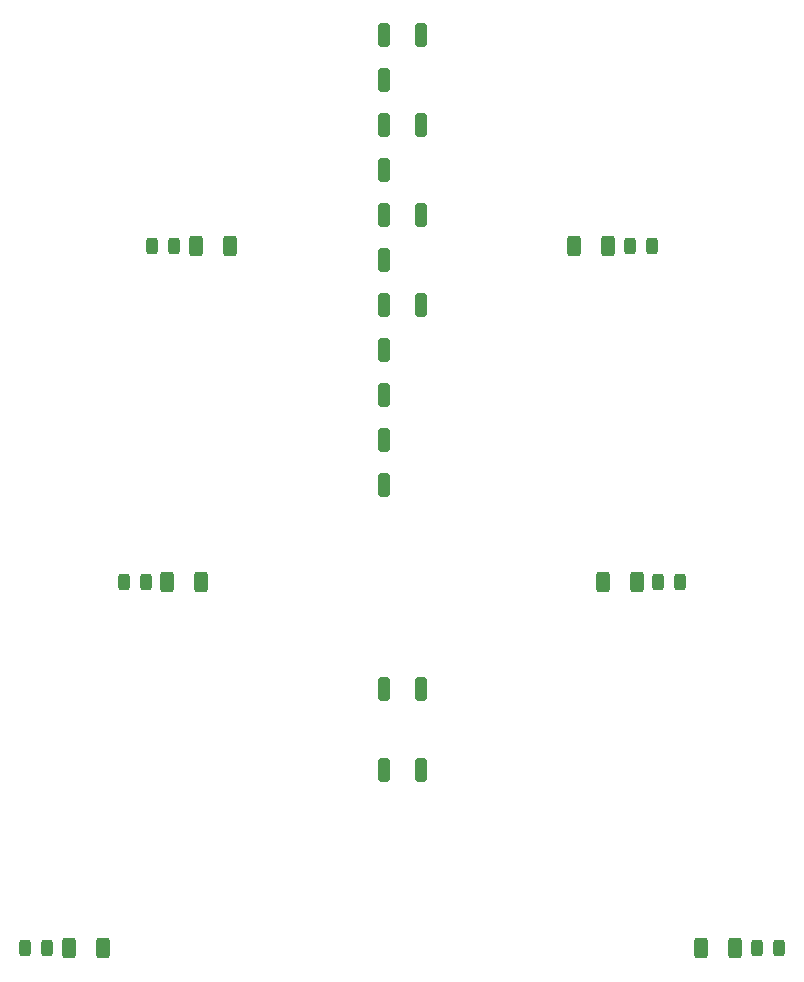
<source format=gbp>
%TF.GenerationSoftware,KiCad,Pcbnew,(6.0.9)*%
%TF.CreationDate,2022-12-10T14:06:51+01:00*%
%TF.ProjectId,PartoUno,50617274-6f55-46e6-9f2e-6b696361645f,rev?*%
%TF.SameCoordinates,Original*%
%TF.FileFunction,Paste,Bot*%
%TF.FilePolarity,Positive*%
%FSLAX46Y46*%
G04 Gerber Fmt 4.6, Leading zero omitted, Abs format (unit mm)*
G04 Created by KiCad (PCBNEW (6.0.9)) date 2022-12-10 14:06:51*
%MOMM*%
%LPD*%
G01*
G04 APERTURE LIST*
G04 Aperture macros list*
%AMRoundRect*
0 Rectangle with rounded corners*
0 $1 Rounding radius*
0 $2 $3 $4 $5 $6 $7 $8 $9 X,Y pos of 4 corners*
0 Add a 4 corners polygon primitive as box body*
4,1,4,$2,$3,$4,$5,$6,$7,$8,$9,$2,$3,0*
0 Add four circle primitives for the rounded corners*
1,1,$1+$1,$2,$3*
1,1,$1+$1,$4,$5*
1,1,$1+$1,$6,$7*
1,1,$1+$1,$8,$9*
0 Add four rect primitives between the rounded corners*
20,1,$1+$1,$2,$3,$4,$5,0*
20,1,$1+$1,$4,$5,$6,$7,0*
20,1,$1+$1,$6,$7,$8,$9,0*
20,1,$1+$1,$8,$9,$2,$3,0*%
G04 Aperture macros list end*
%ADD10RoundRect,0.243750X-0.243750X-0.456250X0.243750X-0.456250X0.243750X0.456250X-0.243750X0.456250X0*%
%ADD11RoundRect,0.243750X0.243750X0.456250X-0.243750X0.456250X-0.243750X-0.456250X0.243750X-0.456250X0*%
%ADD12RoundRect,0.250000X-0.312500X-0.625000X0.312500X-0.625000X0.312500X0.625000X-0.312500X0.625000X0*%
%ADD13RoundRect,0.250000X0.250000X0.750000X-0.250000X0.750000X-0.250000X-0.750000X0.250000X-0.750000X0*%
%ADD14RoundRect,0.250000X0.312500X0.625000X-0.312500X0.625000X-0.312500X-0.625000X0.312500X-0.625000X0*%
G04 APERTURE END LIST*
D10*
%TO.C,D14*%
X119267500Y-78994000D03*
X121142500Y-78994000D03*
%TD*%
D11*
%TO.C,D2*%
X164005500Y-107442000D03*
X162130500Y-107442000D03*
%TD*%
D12*
%TO.C,R10*%
X112227900Y-138430000D03*
X115152900Y-138430000D03*
%TD*%
D13*
%TO.C,J26*%
X142113000Y-76327000D03*
%TD*%
D14*
%TO.C,R19*%
X168696100Y-138430000D03*
X165771100Y-138430000D03*
%TD*%
D10*
%TO.C,D20*%
X116918500Y-107442000D03*
X118793500Y-107442000D03*
%TD*%
D13*
%TO.C,J24*%
X142113000Y-61087000D03*
%TD*%
%TO.C,J35*%
X142113000Y-123317000D03*
%TD*%
%TO.C,J34*%
X142113000Y-116459000D03*
%TD*%
D14*
%TO.C,R22*%
X157926500Y-78994000D03*
X155001500Y-78994000D03*
%TD*%
D13*
%TO.C,J25*%
X142113000Y-68707000D03*
%TD*%
%TO.C,J11*%
X138938000Y-99187000D03*
%TD*%
%TO.C,J2*%
X138938000Y-95377000D03*
%TD*%
%TO.C,J27*%
X142113000Y-83947000D03*
%TD*%
D11*
%TO.C,D22*%
X161656500Y-78994000D03*
X159781500Y-78994000D03*
%TD*%
D12*
%TO.C,R12*%
X122997500Y-78994000D03*
X125922500Y-78994000D03*
%TD*%
%TO.C,R20*%
X120548400Y-107442000D03*
X123473400Y-107442000D03*
%TD*%
D13*
%TO.C,J6*%
X138938000Y-80137000D03*
%TD*%
%TO.C,J3*%
X138938000Y-91567000D03*
%TD*%
%TO.C,J5*%
X138938000Y-83947000D03*
%TD*%
%TO.C,J23*%
X138938000Y-61087000D03*
%TD*%
D10*
%TO.C,D10*%
X108536500Y-138430000D03*
X110411500Y-138430000D03*
%TD*%
D13*
%TO.C,J32*%
X138938000Y-116459000D03*
%TD*%
%TO.C,J33*%
X138938000Y-123317000D03*
%TD*%
%TO.C,J12*%
X138938000Y-76327000D03*
%TD*%
%TO.C,J21*%
X138938000Y-68707000D03*
%TD*%
%TO.C,J4*%
X138938000Y-87757000D03*
%TD*%
%TO.C,J13*%
X138938000Y-72517000D03*
%TD*%
D11*
%TO.C,D19*%
X172387500Y-138430000D03*
X170512500Y-138430000D03*
%TD*%
D14*
%TO.C,R2*%
X160364900Y-107442000D03*
X157439900Y-107442000D03*
%TD*%
D13*
%TO.C,J22*%
X138938000Y-64897000D03*
%TD*%
M02*

</source>
